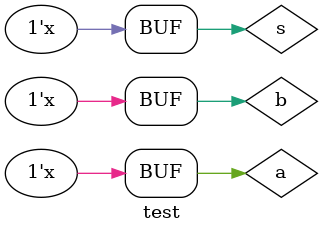
<source format=v>
`timescale 1ns / 1ps


module test;

	// Inputs
	reg a = 0;
	reg b = 0;
	reg s = 0;

	// Outputs
	wire out;

	// Instantiate the Unit Under Test (UUT)
	mux_2_1_IfElse uut (
		.a(a), 
		.b(b), 
		.s(s), 
		.out(out)
	);
	always #100 {a,b,s} = {a,b,s} + 1;

      
endmodule


</source>
